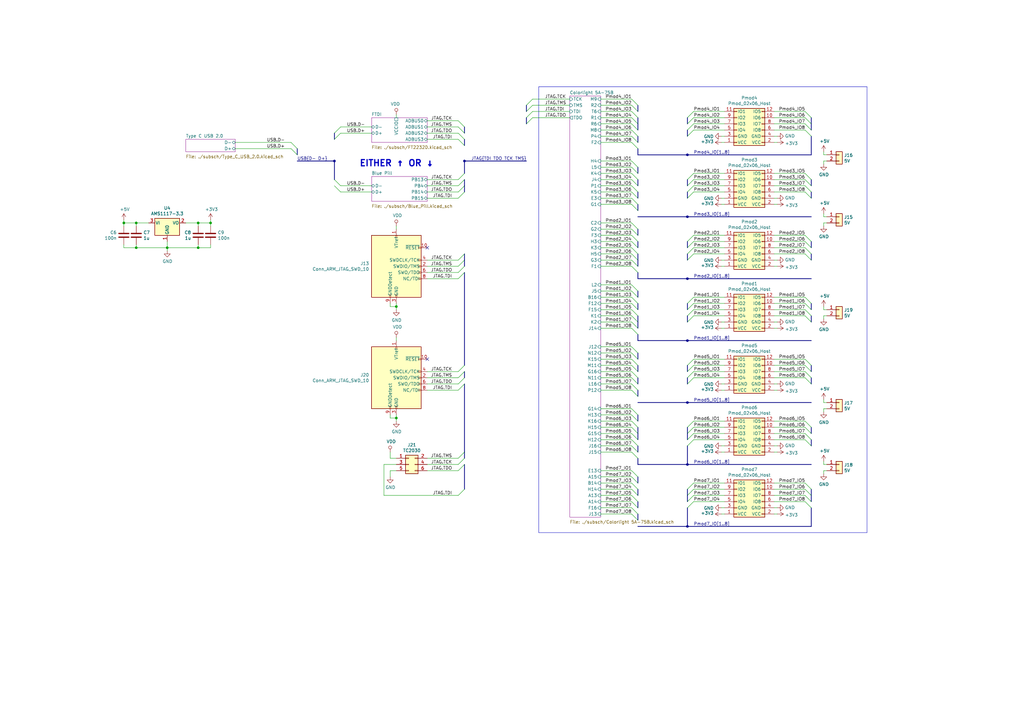
<source format=kicad_sch>
(kicad_sch (version 20200714) (host eeschema "(5.99.0-2360-g1790c536e)")
  (page 1 5)
  (paper "A3")
  (title_block (title "Chubby Hat") (date "2020-08-29") (rev "v0.1") (comment 1 "https://github.com/cyber-murmel/chubby-hat"))
  (junction (at 50.8 91.44))
  (junction (at 55.88 91.44))
  (junction (at 55.88 101.6))
  (junction (at 68.58 101.6))
  (junction (at 81.28 91.44))
  (junction (at 81.28 101.6))
  (junction (at 86.36 91.44))
  (junction (at 162.56 125.73))
  (junction (at 162.56 171.45))
  (junction (at 137.16 66.04))
  (junction (at 190.5 66.04))
  (junction (at 281.94 63.5))
  (junction (at 281.94 88.9))
  (junction (at 281.94 114.3))
  (junction (at 281.94 139.7))
  (junction (at 281.94 165.1))
  (junction (at 281.94 190.5))
  (junction (at 281.94 215.9))
  (no_connect (at 175.26 147.32))
  (no_connect (at 175.26 101.6))
  (bus_entry (at 121.92 60.96) (size -2.54 -2.54) (stroke (width 0.1524)))
  (bus_entry (at 121.92 63.5) (size -2.54 -2.54) (stroke (width 0.1524)))
  (bus_entry (at 137.16 73.66) (size 2.54 2.54) (stroke (width 0.1524)))
  (bus_entry (at 137.16 76.2) (size 2.54 2.54) (stroke (width 0.1524)))
  (bus_entry (at 139.7 52.07) (size -2.54 2.54) (stroke (width 0.1524)))
  (bus_entry (at 139.7 54.61) (size -2.54 2.54) (stroke (width 0.1524)))
  (bus_entry (at 187.96 49.53) (size 2.54 2.54) (stroke (width 0.1524)))
  (bus_entry (at 187.96 52.07) (size 2.54 2.54) (stroke (width 0.1524)))
  (bus_entry (at 187.96 54.61) (size 2.54 2.54) (stroke (width 0.1524)))
  (bus_entry (at 187.96 57.15) (size 2.54 2.54) (stroke (width 0.1524)))
  (bus_entry (at 187.96 73.66) (size 2.54 -2.54) (stroke (width 0.1524)))
  (bus_entry (at 187.96 76.2) (size 2.54 -2.54) (stroke (width 0.1524)))
  (bus_entry (at 187.96 78.74) (size 2.54 -2.54) (stroke (width 0.1524)))
  (bus_entry (at 187.96 81.28) (size 2.54 -2.54) (stroke (width 0.1524)))
  (bus_entry (at 187.96 106.68) (size 2.54 -2.54) (stroke (width 0.1524)))
  (bus_entry (at 187.96 109.22) (size 2.54 -2.54) (stroke (width 0.1524)))
  (bus_entry (at 187.96 111.76) (size 2.54 -2.54) (stroke (width 0.1524)))
  (bus_entry (at 187.96 114.3) (size 2.54 -2.54) (stroke (width 0.1524)))
  (bus_entry (at 187.96 152.4) (size 2.54 -2.54) (stroke (width 0.1524)))
  (bus_entry (at 187.96 154.94) (size 2.54 -2.54) (stroke (width 0.1524)))
  (bus_entry (at 187.96 157.48) (size 2.54 -2.54) (stroke (width 0.1524)))
  (bus_entry (at 187.96 160.02) (size 2.54 -2.54) (stroke (width 0.1524)))
  (bus_entry (at 187.96 187.96) (size 2.54 -2.54) (stroke (width 0.1524)))
  (bus_entry (at 187.96 190.5) (size 2.54 -2.54) (stroke (width 0.1524)))
  (bus_entry (at 187.96 193.04) (size 2.54 -2.54) (stroke (width 0.1524)))
  (bus_entry (at 187.96 203.2) (size 2.54 -2.54) (stroke (width 0.1524)))
  (bus_entry (at 215.9 43.18) (size 2.54 -2.54) (stroke (width 0.1524)))
  (bus_entry (at 215.9 45.72) (size 2.54 -2.54) (stroke (width 0.1524)))
  (bus_entry (at 215.9 48.26) (size 2.54 -2.54) (stroke (width 0.1524)))
  (bus_entry (at 215.9 50.8) (size 2.54 -2.54) (stroke (width 0.1524)))
  (bus_entry (at 259.08 66.04) (size 2.54 2.54) (stroke (width 0.1524)))
  (bus_entry (at 259.08 68.58) (size 2.54 2.54) (stroke (width 0.1524)))
  (bus_entry (at 259.08 71.12) (size 2.54 2.54) (stroke (width 0.1524)))
  (bus_entry (at 259.08 73.66) (size 2.54 2.54) (stroke (width 0.1524)))
  (bus_entry (at 259.08 76.2) (size 2.54 2.54) (stroke (width 0.1524)))
  (bus_entry (at 259.08 78.74) (size 2.54 2.54) (stroke (width 0.1524)))
  (bus_entry (at 259.08 81.28) (size 2.54 2.54) (stroke (width 0.1524)))
  (bus_entry (at 259.08 83.82) (size 2.54 2.54) (stroke (width 0.1524)))
  (bus_entry (at 259.08 91.44) (size 2.54 2.54) (stroke (width 0.1524)))
  (bus_entry (at 259.08 93.98) (size 2.54 2.54) (stroke (width 0.1524)))
  (bus_entry (at 259.08 96.52) (size 2.54 2.54) (stroke (width 0.1524)))
  (bus_entry (at 259.08 99.06) (size 2.54 2.54) (stroke (width 0.1524)))
  (bus_entry (at 259.08 101.6) (size 2.54 2.54) (stroke (width 0.1524)))
  (bus_entry (at 259.08 104.14) (size 2.54 2.54) (stroke (width 0.1524)))
  (bus_entry (at 259.08 106.68) (size 2.54 2.54) (stroke (width 0.1524)))
  (bus_entry (at 259.08 109.22) (size 2.54 2.54) (stroke (width 0.1524)))
  (bus_entry (at 259.08 116.84) (size 2.54 2.54) (stroke (width 0.1524)))
  (bus_entry (at 259.08 119.38) (size 2.54 2.54) (stroke (width 0.1524)))
  (bus_entry (at 259.08 121.92) (size 2.54 2.54) (stroke (width 0.1524)))
  (bus_entry (at 259.08 124.46) (size 2.54 2.54) (stroke (width 0.1524)))
  (bus_entry (at 259.08 127) (size 2.54 2.54) (stroke (width 0.1524)))
  (bus_entry (at 259.08 129.54) (size 2.54 2.54) (stroke (width 0.1524)))
  (bus_entry (at 259.08 132.08) (size 2.54 2.54) (stroke (width 0.1524)))
  (bus_entry (at 259.08 134.62) (size 2.54 2.54) (stroke (width 0.1524)))
  (bus_entry (at 259.08 142.24) (size 2.54 2.54) (stroke (width 0.1524)))
  (bus_entry (at 259.08 144.78) (size 2.54 2.54) (stroke (width 0.1524)))
  (bus_entry (at 259.08 147.32) (size 2.54 2.54) (stroke (width 0.1524)))
  (bus_entry (at 259.08 149.86) (size 2.54 2.54) (stroke (width 0.1524)))
  (bus_entry (at 259.08 152.4) (size 2.54 2.54) (stroke (width 0.1524)))
  (bus_entry (at 259.08 154.94) (size 2.54 2.54) (stroke (width 0.1524)))
  (bus_entry (at 259.08 157.48) (size 2.54 2.54) (stroke (width 0.1524)))
  (bus_entry (at 259.08 160.02) (size 2.54 2.54) (stroke (width 0.1524)))
  (bus_entry (at 259.08 167.64) (size 2.54 2.54) (stroke (width 0.1524)))
  (bus_entry (at 259.08 170.18) (size 2.54 2.54) (stroke (width 0.1524)))
  (bus_entry (at 259.08 172.72) (size 2.54 2.54) (stroke (width 0.1524)))
  (bus_entry (at 259.08 175.26) (size 2.54 2.54) (stroke (width 0.1524)))
  (bus_entry (at 259.08 177.8) (size 2.54 2.54) (stroke (width 0.1524)))
  (bus_entry (at 259.08 180.34) (size 2.54 2.54) (stroke (width 0.1524)))
  (bus_entry (at 259.08 182.88) (size 2.54 2.54) (stroke (width 0.1524)))
  (bus_entry (at 259.08 185.42) (size 2.54 2.54) (stroke (width 0.1524)))
  (bus_entry (at 259.08 193.04) (size 2.54 2.54) (stroke (width 0.1524)))
  (bus_entry (at 259.08 195.58) (size 2.54 2.54) (stroke (width 0.1524)))
  (bus_entry (at 259.08 198.12) (size 2.54 2.54) (stroke (width 0.1524)))
  (bus_entry (at 259.08 200.66) (size 2.54 2.54) (stroke (width 0.1524)))
  (bus_entry (at 259.08 203.2) (size 2.54 2.54) (stroke (width 0.1524)))
  (bus_entry (at 259.08 205.74) (size 2.54 2.54) (stroke (width 0.1524)))
  (bus_entry (at 259.08 208.28) (size 2.54 2.54) (stroke (width 0.1524)))
  (bus_entry (at 259.08 210.82) (size 2.54 2.54) (stroke (width 0.1524)))
  (bus_entry (at 261.62 43.18) (size -2.54 -2.54) (stroke (width 0.1524)))
  (bus_entry (at 261.62 45.72) (size -2.54 -2.54) (stroke (width 0.1524)))
  (bus_entry (at 261.62 48.26) (size -2.54 -2.54) (stroke (width 0.1524)))
  (bus_entry (at 261.62 50.8) (size -2.54 -2.54) (stroke (width 0.1524)))
  (bus_entry (at 261.62 53.34) (size -2.54 -2.54) (stroke (width 0.1524)))
  (bus_entry (at 261.62 55.88) (size -2.54 -2.54) (stroke (width 0.1524)))
  (bus_entry (at 261.62 58.42) (size -2.54 -2.54) (stroke (width 0.1524)))
  (bus_entry (at 261.62 60.96) (size -2.54 -2.54) (stroke (width 0.1524)))
  (bus_entry (at 281.94 48.26) (size 2.54 -2.54) (stroke (width 0.1524)))
  (bus_entry (at 281.94 50.8) (size 2.54 -2.54) (stroke (width 0.1524)))
  (bus_entry (at 281.94 53.34) (size 2.54 -2.54) (stroke (width 0.1524)))
  (bus_entry (at 281.94 55.88) (size 2.54 -2.54) (stroke (width 0.1524)))
  (bus_entry (at 284.48 71.12) (size -2.54 2.54) (stroke (width 0.1524)))
  (bus_entry (at 284.48 73.66) (size -2.54 2.54) (stroke (width 0.1524)))
  (bus_entry (at 284.48 76.2) (size -2.54 2.54) (stroke (width 0.1524)))
  (bus_entry (at 284.48 78.74) (size -2.54 2.54) (stroke (width 0.1524)))
  (bus_entry (at 284.48 96.52) (size -2.54 2.54) (stroke (width 0.1524)))
  (bus_entry (at 284.48 99.06) (size -2.54 2.54) (stroke (width 0.1524)))
  (bus_entry (at 284.48 101.6) (size -2.54 2.54) (stroke (width 0.1524)))
  (bus_entry (at 284.48 104.14) (size -2.54 2.54) (stroke (width 0.1524)))
  (bus_entry (at 284.48 121.92) (size -2.54 2.54) (stroke (width 0.1524)))
  (bus_entry (at 284.48 124.46) (size -2.54 2.54) (stroke (width 0.1524)))
  (bus_entry (at 284.48 127) (size -2.54 2.54) (stroke (width 0.1524)))
  (bus_entry (at 284.48 129.54) (size -2.54 2.54) (stroke (width 0.1524)))
  (bus_entry (at 284.48 147.32) (size -2.54 2.54) (stroke (width 0.1524)))
  (bus_entry (at 284.48 149.86) (size -2.54 2.54) (stroke (width 0.1524)))
  (bus_entry (at 284.48 152.4) (size -2.54 2.54) (stroke (width 0.1524)))
  (bus_entry (at 284.48 154.94) (size -2.54 2.54) (stroke (width 0.1524)))
  (bus_entry (at 284.48 172.72) (size -2.54 2.54) (stroke (width 0.1524)))
  (bus_entry (at 284.48 175.26) (size -2.54 2.54) (stroke (width 0.1524)))
  (bus_entry (at 284.48 177.8) (size -2.54 2.54) (stroke (width 0.1524)))
  (bus_entry (at 284.48 180.34) (size -2.54 2.54) (stroke (width 0.1524)))
  (bus_entry (at 284.48 198.12) (size -2.54 2.54) (stroke (width 0.1524)))
  (bus_entry (at 284.48 200.66) (size -2.54 2.54) (stroke (width 0.1524)))
  (bus_entry (at 284.48 203.2) (size -2.54 2.54) (stroke (width 0.1524)))
  (bus_entry (at 284.48 205.74) (size -2.54 2.54) (stroke (width 0.1524)))
  (bus_entry (at 330.2 71.12) (size 2.54 2.54) (stroke (width 0.1524)))
  (bus_entry (at 330.2 73.66) (size 2.54 2.54) (stroke (width 0.1524)))
  (bus_entry (at 330.2 76.2) (size 2.54 2.54) (stroke (width 0.1524)))
  (bus_entry (at 330.2 78.74) (size 2.54 2.54) (stroke (width 0.1524)))
  (bus_entry (at 330.2 96.52) (size 2.54 2.54) (stroke (width 0.1524)))
  (bus_entry (at 330.2 99.06) (size 2.54 2.54) (stroke (width 0.1524)))
  (bus_entry (at 330.2 101.6) (size 2.54 2.54) (stroke (width 0.1524)))
  (bus_entry (at 330.2 104.14) (size 2.54 2.54) (stroke (width 0.1524)))
  (bus_entry (at 330.2 121.92) (size 2.54 2.54) (stroke (width 0.1524)))
  (bus_entry (at 330.2 124.46) (size 2.54 2.54) (stroke (width 0.1524)))
  (bus_entry (at 330.2 127) (size 2.54 2.54) (stroke (width 0.1524)))
  (bus_entry (at 330.2 129.54) (size 2.54 2.54) (stroke (width 0.1524)))
  (bus_entry (at 330.2 147.32) (size 2.54 2.54) (stroke (width 0.1524)))
  (bus_entry (at 330.2 149.86) (size 2.54 2.54) (stroke (width 0.1524)))
  (bus_entry (at 330.2 152.4) (size 2.54 2.54) (stroke (width 0.1524)))
  (bus_entry (at 330.2 154.94) (size 2.54 2.54) (stroke (width 0.1524)))
  (bus_entry (at 330.2 172.72) (size 2.54 2.54) (stroke (width 0.1524)))
  (bus_entry (at 330.2 175.26) (size 2.54 2.54) (stroke (width 0.1524)))
  (bus_entry (at 330.2 177.8) (size 2.54 2.54) (stroke (width 0.1524)))
  (bus_entry (at 330.2 180.34) (size 2.54 2.54) (stroke (width 0.1524)))
  (bus_entry (at 330.2 198.12) (size 2.54 2.54) (stroke (width 0.1524)))
  (bus_entry (at 330.2 200.66) (size 2.54 2.54) (stroke (width 0.1524)))
  (bus_entry (at 330.2 203.2) (size 2.54 2.54) (stroke (width 0.1524)))
  (bus_entry (at 330.2 205.74) (size 2.54 2.54) (stroke (width 0.1524)))
  (bus_entry (at 332.74 48.26) (size -2.54 -2.54) (stroke (width 0.1524)))
  (bus_entry (at 332.74 50.8) (size -2.54 -2.54) (stroke (width 0.1524)))
  (bus_entry (at 332.74 53.34) (size -2.54 -2.54) (stroke (width 0.1524)))
  (bus_entry (at 332.74 55.88) (size -2.54 -2.54) (stroke (width 0.1524)))
  (wire (pts (xy 50.8 90.17) (xy 50.8 91.44)))
  (wire (pts (xy 50.8 91.44) (xy 55.88 91.44)))
  (wire (pts (xy 50.8 92.71) (xy 50.8 91.44)))
  (wire (pts (xy 50.8 100.33) (xy 50.8 101.6)))
  (wire (pts (xy 50.8 101.6) (xy 55.88 101.6)))
  (wire (pts (xy 55.88 91.44) (xy 55.88 92.71)))
  (wire (pts (xy 55.88 91.44) (xy 60.96 91.44)))
  (wire (pts (xy 55.88 100.33) (xy 55.88 101.6)))
  (wire (pts (xy 55.88 101.6) (xy 68.58 101.6)))
  (wire (pts (xy 68.58 99.06) (xy 68.58 101.6)))
  (wire (pts (xy 68.58 101.6) (xy 68.58 102.87)))
  (wire (pts (xy 68.58 101.6) (xy 81.28 101.6)))
  (wire (pts (xy 76.2 91.44) (xy 81.28 91.44)))
  (wire (pts (xy 81.28 91.44) (xy 81.28 92.71)))
  (wire (pts (xy 81.28 91.44) (xy 86.36 91.44)))
  (wire (pts (xy 81.28 101.6) (xy 81.28 100.33)))
  (wire (pts (xy 81.28 101.6) (xy 86.36 101.6)))
  (wire (pts (xy 86.36 90.17) (xy 86.36 91.44)))
  (wire (pts (xy 86.36 91.44) (xy 86.36 92.71)))
  (wire (pts (xy 86.36 101.6) (xy 86.36 100.33)))
  (wire (pts (xy 96.52 58.42) (xy 119.38 58.42)))
  (wire (pts (xy 96.52 60.96) (xy 119.38 60.96)))
  (wire (pts (xy 139.7 52.07) (xy 152.4 52.07)))
  (wire (pts (xy 139.7 54.61) (xy 152.4 54.61)))
  (wire (pts (xy 139.7 76.2) (xy 152.4 76.2)))
  (wire (pts (xy 139.7 78.74) (xy 152.4 78.74)))
  (wire (pts (xy 157.48 190.5) (xy 157.48 203.2)))
  (wire (pts (xy 157.48 190.5) (xy 162.56 190.5)))
  (wire (pts (xy 157.48 203.2) (xy 187.96 203.2)))
  (wire (pts (xy 160.02 124.46) (xy 160.02 125.73)))
  (wire (pts (xy 160.02 125.73) (xy 162.56 125.73)))
  (wire (pts (xy 160.02 170.18) (xy 160.02 171.45)))
  (wire (pts (xy 160.02 171.45) (xy 162.56 171.45)))
  (wire (pts (xy 160.02 185.42) (xy 160.02 187.96)))
  (wire (pts (xy 160.02 187.96) (xy 162.56 187.96)))
  (wire (pts (xy 160.02 193.04) (xy 160.02 195.58)))
  (wire (pts (xy 160.02 193.04) (xy 162.56 193.04)))
  (wire (pts (xy 162.56 46.99) (xy 162.56 48.26)))
  (wire (pts (xy 162.56 92.71) (xy 162.56 93.98)))
  (wire (pts (xy 162.56 125.73) (xy 162.56 124.46)))
  (wire (pts (xy 162.56 125.73) (xy 162.56 127)))
  (wire (pts (xy 162.56 138.43) (xy 162.56 139.7)))
  (wire (pts (xy 162.56 171.45) (xy 162.56 170.18)))
  (wire (pts (xy 162.56 171.45) (xy 162.56 172.72)))
  (wire (pts (xy 175.26 49.53) (xy 187.96 49.53)))
  (wire (pts (xy 175.26 52.07) (xy 187.96 52.07)))
  (wire (pts (xy 175.26 54.61) (xy 187.96 54.61)))
  (wire (pts (xy 175.26 57.15) (xy 187.96 57.15)))
  (wire (pts (xy 175.26 73.66) (xy 187.96 73.66)))
  (wire (pts (xy 175.26 76.2) (xy 187.96 76.2)))
  (wire (pts (xy 175.26 78.74) (xy 187.96 78.74)))
  (wire (pts (xy 175.26 81.28) (xy 187.96 81.28)))
  (wire (pts (xy 175.26 106.68) (xy 187.96 106.68)))
  (wire (pts (xy 175.26 109.22) (xy 187.96 109.22)))
  (wire (pts (xy 175.26 111.76) (xy 187.96 111.76)))
  (wire (pts (xy 175.26 114.3) (xy 187.96 114.3)))
  (wire (pts (xy 175.26 152.4) (xy 187.96 152.4)))
  (wire (pts (xy 175.26 154.94) (xy 187.96 154.94)))
  (wire (pts (xy 175.26 157.48) (xy 187.96 157.48)))
  (wire (pts (xy 175.26 160.02) (xy 187.96 160.02)))
  (wire (pts (xy 175.26 187.96) (xy 187.96 187.96)))
  (wire (pts (xy 175.26 190.5) (xy 187.96 190.5)))
  (wire (pts (xy 175.26 193.04) (xy 187.96 193.04)))
  (wire (pts (xy 218.44 40.64) (xy 233.68 40.64)))
  (wire (pts (xy 218.44 43.18) (xy 233.68 43.18)))
  (wire (pts (xy 218.44 45.72) (xy 233.68 45.72)))
  (wire (pts (xy 218.44 48.26) (xy 233.68 48.26)))
  (wire (pts (xy 246.38 40.64) (xy 259.08 40.64)))
  (wire (pts (xy 246.38 43.18) (xy 259.08 43.18)))
  (wire (pts (xy 246.38 45.72) (xy 259.08 45.72)))
  (wire (pts (xy 246.38 48.26) (xy 259.08 48.26)))
  (wire (pts (xy 246.38 50.8) (xy 259.08 50.8)))
  (wire (pts (xy 246.38 53.34) (xy 259.08 53.34)))
  (wire (pts (xy 246.38 55.88) (xy 259.08 55.88)))
  (wire (pts (xy 246.38 58.42) (xy 259.08 58.42)))
  (wire (pts (xy 246.38 66.04) (xy 259.08 66.04)))
  (wire (pts (xy 246.38 68.58) (xy 259.08 68.58)))
  (wire (pts (xy 246.38 71.12) (xy 259.08 71.12)))
  (wire (pts (xy 246.38 73.66) (xy 259.08 73.66)))
  (wire (pts (xy 246.38 76.2) (xy 259.08 76.2)))
  (wire (pts (xy 246.38 78.74) (xy 259.08 78.74)))
  (wire (pts (xy 246.38 81.28) (xy 259.08 81.28)))
  (wire (pts (xy 246.38 83.82) (xy 259.08 83.82)))
  (wire (pts (xy 246.38 91.44) (xy 259.08 91.44)))
  (wire (pts (xy 246.38 93.98) (xy 259.08 93.98)))
  (wire (pts (xy 246.38 96.52) (xy 259.08 96.52)))
  (wire (pts (xy 246.38 99.06) (xy 259.08 99.06)))
  (wire (pts (xy 246.38 101.6) (xy 259.08 101.6)))
  (wire (pts (xy 246.38 104.14) (xy 259.08 104.14)))
  (wire (pts (xy 246.38 106.68) (xy 259.08 106.68)))
  (wire (pts (xy 246.38 109.22) (xy 259.08 109.22)))
  (wire (pts (xy 246.38 116.84) (xy 259.08 116.84)))
  (wire (pts (xy 246.38 119.38) (xy 259.08 119.38)))
  (wire (pts (xy 246.38 121.92) (xy 259.08 121.92)))
  (wire (pts (xy 246.38 124.46) (xy 259.08 124.46)))
  (wire (pts (xy 246.38 127) (xy 259.08 127)))
  (wire (pts (xy 246.38 129.54) (xy 259.08 129.54)))
  (wire (pts (xy 246.38 132.08) (xy 259.08 132.08)))
  (wire (pts (xy 246.38 134.62) (xy 259.08 134.62)))
  (wire (pts (xy 246.38 142.24) (xy 259.08 142.24)))
  (wire (pts (xy 246.38 144.78) (xy 259.08 144.78)))
  (wire (pts (xy 246.38 147.32) (xy 259.08 147.32)))
  (wire (pts (xy 246.38 149.86) (xy 259.08 149.86)))
  (wire (pts (xy 246.38 152.4) (xy 259.08 152.4)))
  (wire (pts (xy 246.38 154.94) (xy 259.08 154.94)))
  (wire (pts (xy 246.38 157.48) (xy 259.08 157.48)))
  (wire (pts (xy 246.38 160.02) (xy 259.08 160.02)))
  (wire (pts (xy 246.38 167.64) (xy 259.08 167.64)))
  (wire (pts (xy 246.38 170.18) (xy 259.08 170.18)))
  (wire (pts (xy 246.38 172.72) (xy 259.08 172.72)))
  (wire (pts (xy 246.38 175.26) (xy 259.08 175.26)))
  (wire (pts (xy 246.38 177.8) (xy 259.08 177.8)))
  (wire (pts (xy 246.38 180.34) (xy 259.08 180.34)))
  (wire (pts (xy 246.38 182.88) (xy 259.08 182.88)))
  (wire (pts (xy 246.38 185.42) (xy 259.08 185.42)))
  (wire (pts (xy 246.38 193.04) (xy 259.08 193.04)))
  (wire (pts (xy 246.38 195.58) (xy 259.08 195.58)))
  (wire (pts (xy 246.38 198.12) (xy 259.08 198.12)))
  (wire (pts (xy 246.38 200.66) (xy 259.08 200.66)))
  (wire (pts (xy 246.38 203.2) (xy 259.08 203.2)))
  (wire (pts (xy 246.38 205.74) (xy 259.08 205.74)))
  (wire (pts (xy 246.38 208.28) (xy 259.08 208.28)))
  (wire (pts (xy 246.38 210.82) (xy 259.08 210.82)))
  (wire (pts (xy 295.91 55.88) (xy 297.18 55.88)))
  (wire (pts (xy 295.91 58.42) (xy 297.18 58.42)))
  (wire (pts (xy 295.91 81.28) (xy 297.18 81.28)))
  (wire (pts (xy 295.91 83.82) (xy 297.18 83.82)))
  (wire (pts (xy 295.91 106.68) (xy 297.18 106.68)))
  (wire (pts (xy 295.91 109.22) (xy 297.18 109.22)))
  (wire (pts (xy 295.91 132.08) (xy 297.18 132.08)))
  (wire (pts (xy 295.91 134.62) (xy 297.18 134.62)))
  (wire (pts (xy 295.91 157.48) (xy 297.18 157.48)))
  (wire (pts (xy 295.91 160.02) (xy 297.18 160.02)))
  (wire (pts (xy 295.91 182.88) (xy 297.18 182.88)))
  (wire (pts (xy 295.91 185.42) (xy 297.18 185.42)))
  (wire (pts (xy 295.91 208.28) (xy 297.18 208.28)))
  (wire (pts (xy 295.91 210.82) (xy 297.18 210.82)))
  (wire (pts (xy 297.18 45.72) (xy 284.48 45.72)))
  (wire (pts (xy 297.18 48.26) (xy 284.48 48.26)))
  (wire (pts (xy 297.18 50.8) (xy 284.48 50.8)))
  (wire (pts (xy 297.18 53.34) (xy 284.48 53.34)))
  (wire (pts (xy 297.18 71.12) (xy 284.48 71.12)))
  (wire (pts (xy 297.18 73.66) (xy 284.48 73.66)))
  (wire (pts (xy 297.18 76.2) (xy 284.48 76.2)))
  (wire (pts (xy 297.18 78.74) (xy 284.48 78.74)))
  (wire (pts (xy 297.18 96.52) (xy 284.48 96.52)))
  (wire (pts (xy 297.18 99.06) (xy 284.48 99.06)))
  (wire (pts (xy 297.18 101.6) (xy 284.48 101.6)))
  (wire (pts (xy 297.18 104.14) (xy 284.48 104.14)))
  (wire (pts (xy 297.18 121.92) (xy 284.48 121.92)))
  (wire (pts (xy 297.18 124.46) (xy 284.48 124.46)))
  (wire (pts (xy 297.18 127) (xy 284.48 127)))
  (wire (pts (xy 297.18 129.54) (xy 284.48 129.54)))
  (wire (pts (xy 297.18 147.32) (xy 284.48 147.32)))
  (wire (pts (xy 297.18 149.86) (xy 284.48 149.86)))
  (wire (pts (xy 297.18 152.4) (xy 284.48 152.4)))
  (wire (pts (xy 297.18 154.94) (xy 284.48 154.94)))
  (wire (pts (xy 297.18 172.72) (xy 284.48 172.72)))
  (wire (pts (xy 297.18 175.26) (xy 284.48 175.26)))
  (wire (pts (xy 297.18 177.8) (xy 284.48 177.8)))
  (wire (pts (xy 297.18 180.34) (xy 284.48 180.34)))
  (wire (pts (xy 297.18 198.12) (xy 284.48 198.12)))
  (wire (pts (xy 297.18 200.66) (xy 284.48 200.66)))
  (wire (pts (xy 297.18 203.2) (xy 284.48 203.2)))
  (wire (pts (xy 297.18 205.74) (xy 284.48 205.74)))
  (wire (pts (xy 317.5 45.72) (xy 330.2 45.72)))
  (wire (pts (xy 317.5 48.26) (xy 330.2 48.26)))
  (wire (pts (xy 317.5 50.8) (xy 330.2 50.8)))
  (wire (pts (xy 317.5 53.34) (xy 330.2 53.34)))
  (wire (pts (xy 317.5 55.88) (xy 318.77 55.88)))
  (wire (pts (xy 317.5 58.42) (xy 318.77 58.42)))
  (wire (pts (xy 317.5 71.12) (xy 330.2 71.12)))
  (wire (pts (xy 317.5 73.66) (xy 330.2 73.66)))
  (wire (pts (xy 317.5 76.2) (xy 330.2 76.2)))
  (wire (pts (xy 317.5 78.74) (xy 330.2 78.74)))
  (wire (pts (xy 317.5 81.28) (xy 318.77 81.28)))
  (wire (pts (xy 317.5 83.82) (xy 318.77 83.82)))
  (wire (pts (xy 317.5 96.52) (xy 330.2 96.52)))
  (wire (pts (xy 317.5 99.06) (xy 330.2 99.06)))
  (wire (pts (xy 317.5 101.6) (xy 330.2 101.6)))
  (wire (pts (xy 317.5 104.14) (xy 330.2 104.14)))
  (wire (pts (xy 317.5 106.68) (xy 318.77 106.68)))
  (wire (pts (xy 317.5 109.22) (xy 318.77 109.22)))
  (wire (pts (xy 317.5 121.92) (xy 330.2 121.92)))
  (wire (pts (xy 317.5 124.46) (xy 330.2 124.46)))
  (wire (pts (xy 317.5 127) (xy 330.2 127)))
  (wire (pts (xy 317.5 129.54) (xy 330.2 129.54)))
  (wire (pts (xy 317.5 132.08) (xy 318.77 132.08)))
  (wire (pts (xy 317.5 134.62) (xy 318.77 134.62)))
  (wire (pts (xy 317.5 147.32) (xy 330.2 147.32)))
  (wire (pts (xy 317.5 149.86) (xy 330.2 149.86)))
  (wire (pts (xy 317.5 152.4) (xy 330.2 152.4)))
  (wire (pts (xy 317.5 154.94) (xy 330.2 154.94)))
  (wire (pts (xy 317.5 157.48) (xy 318.77 157.48)))
  (wire (pts (xy 317.5 160.02) (xy 318.77 160.02)))
  (wire (pts (xy 317.5 172.72) (xy 330.2 172.72)))
  (wire (pts (xy 317.5 175.26) (xy 330.2 175.26)))
  (wire (pts (xy 317.5 177.8) (xy 330.2 177.8)))
  (wire (pts (xy 317.5 180.34) (xy 330.2 180.34)))
  (wire (pts (xy 317.5 182.88) (xy 318.77 182.88)))
  (wire (pts (xy 317.5 185.42) (xy 318.77 185.42)))
  (wire (pts (xy 317.5 198.12) (xy 330.2 198.12)))
  (wire (pts (xy 317.5 200.66) (xy 330.2 200.66)))
  (wire (pts (xy 317.5 203.2) (xy 330.2 203.2)))
  (wire (pts (xy 317.5 205.74) (xy 330.2 205.74)))
  (wire (pts (xy 317.5 208.28) (xy 318.77 208.28)))
  (wire (pts (xy 317.5 210.82) (xy 318.77 210.82)))
  (wire (pts (xy 337.82 62.23) (xy 337.82 63.5)))
  (wire (pts (xy 337.82 63.5) (xy 339.09 63.5)))
  (wire (pts (xy 337.82 66.04) (xy 337.82 67.31)))
  (wire (pts (xy 337.82 66.04) (xy 339.09 66.04)))
  (wire (pts (xy 337.82 87.63) (xy 337.82 88.9)))
  (wire (pts (xy 337.82 88.9) (xy 339.09 88.9)))
  (wire (pts (xy 337.82 91.44) (xy 337.82 92.71)))
  (wire (pts (xy 337.82 91.44) (xy 339.09 91.44)))
  (wire (pts (xy 337.82 125.73) (xy 337.82 127)))
  (wire (pts (xy 337.82 127) (xy 339.09 127)))
  (wire (pts (xy 337.82 129.54) (xy 337.82 130.81)))
  (wire (pts (xy 337.82 129.54) (xy 339.09 129.54)))
  (wire (pts (xy 337.82 163.83) (xy 337.82 165.1)))
  (wire (pts (xy 337.82 165.1) (xy 339.09 165.1)))
  (wire (pts (xy 337.82 167.64) (xy 337.82 168.91)))
  (wire (pts (xy 337.82 167.64) (xy 339.09 167.64)))
  (wire (pts (xy 337.82 189.23) (xy 337.82 190.5)))
  (wire (pts (xy 337.82 190.5) (xy 339.09 190.5)))
  (wire (pts (xy 337.82 193.04) (xy 337.82 194.31)))
  (wire (pts (xy 337.82 193.04) (xy 339.09 193.04)))
  (bus (pts (xy 121.92 60.96) (xy 121.92 66.04)))
  (bus (pts (xy 121.92 66.04) (xy 137.16 66.04)))
  (bus (pts (xy 137.16 54.61) (xy 137.16 66.04)))
  (bus (pts (xy 137.16 66.04) (xy 137.16 76.2)))
  (bus (pts (xy 190.5 52.07) (xy 190.5 57.15)))
  (bus (pts (xy 190.5 57.15) (xy 190.5 66.04)))
  (bus (pts (xy 190.5 66.04) (xy 190.5 73.66)))
  (bus (pts (xy 190.5 66.04) (xy 215.9 66.04)))
  (bus (pts (xy 190.5 73.66) (xy 190.5 76.2)))
  (bus (pts (xy 190.5 76.2) (xy 190.5 104.14)))
  (bus (pts (xy 190.5 104.14) (xy 190.5 106.68)))
  (bus (pts (xy 190.5 106.68) (xy 190.5 111.76)))
  (bus (pts (xy 190.5 111.76) (xy 190.5 152.4)))
  (bus (pts (xy 190.5 152.4) (xy 190.5 157.48)))
  (bus (pts (xy 190.5 157.48) (xy 190.5 185.42)))
  (bus (pts (xy 190.5 185.42) (xy 190.5 190.5)))
  (bus (pts (xy 190.5 190.5) (xy 190.5 200.66)))
  (bus (pts (xy 215.9 43.18) (xy 215.9 48.26)))
  (bus (pts (xy 215.9 48.26) (xy 215.9 66.04)))
  (bus (pts (xy 261.62 43.18) (xy 261.62 48.26)))
  (bus (pts (xy 261.62 48.26) (xy 261.62 50.8)))
  (bus (pts (xy 261.62 50.8) (xy 261.62 55.88)))
  (bus (pts (xy 261.62 55.88) (xy 261.62 60.96)))
  (bus (pts (xy 261.62 60.96) (xy 261.62 63.5)))
  (bus (pts (xy 261.62 68.58) (xy 261.62 73.66)))
  (bus (pts (xy 261.62 73.66) (xy 261.62 78.74)))
  (bus (pts (xy 261.62 78.74) (xy 261.62 83.82)))
  (bus (pts (xy 261.62 83.82) (xy 261.62 88.9)))
  (bus (pts (xy 261.62 93.98) (xy 261.62 99.06)))
  (bus (pts (xy 261.62 99.06) (xy 261.62 104.14)))
  (bus (pts (xy 261.62 104.14) (xy 261.62 106.68)))
  (bus (pts (xy 261.62 106.68) (xy 261.62 111.76)))
  (bus (pts (xy 261.62 111.76) (xy 261.62 114.3)))
  (bus (pts (xy 261.62 119.38) (xy 261.62 124.46)))
  (bus (pts (xy 261.62 124.46) (xy 261.62 129.54)))
  (bus (pts (xy 261.62 129.54) (xy 261.62 132.08)))
  (bus (pts (xy 261.62 132.08) (xy 261.62 137.16)))
  (bus (pts (xy 261.62 137.16) (xy 261.62 139.7)))
  (bus (pts (xy 261.62 139.7) (xy 281.94 139.7)))
  (bus (pts (xy 261.62 144.78) (xy 261.62 149.86)))
  (bus (pts (xy 261.62 149.86) (xy 261.62 154.94)))
  (bus (pts (xy 261.62 154.94) (xy 261.62 160.02)))
  (bus (pts (xy 261.62 160.02) (xy 261.62 165.1)))
  (bus (pts (xy 261.62 165.1) (xy 281.94 165.1)))
  (bus (pts (xy 261.62 170.18) (xy 261.62 175.26)))
  (bus (pts (xy 261.62 175.26) (xy 261.62 177.8)))
  (bus (pts (xy 261.62 177.8) (xy 261.62 182.88)))
  (bus (pts (xy 261.62 182.88) (xy 261.62 187.96)))
  (bus (pts (xy 261.62 187.96) (xy 261.62 190.5)))
  (bus (pts (xy 261.62 195.58) (xy 261.62 200.66)))
  (bus (pts (xy 261.62 200.66) (xy 261.62 205.74)))
  (bus (pts (xy 261.62 205.74) (xy 261.62 210.82)))
  (bus (pts (xy 261.62 210.82) (xy 261.62 215.9)))
  (bus (pts (xy 281.94 48.26) (xy 281.94 53.34)))
  (bus (pts (xy 281.94 53.34) (xy 281.94 63.5)))
  (bus (pts (xy 281.94 63.5) (xy 261.62 63.5)))
  (bus (pts (xy 281.94 63.5) (xy 332.74 63.5)))
  (bus (pts (xy 281.94 73.66) (xy 281.94 78.74)))
  (bus (pts (xy 281.94 78.74) (xy 281.94 88.9)))
  (bus (pts (xy 281.94 88.9) (xy 261.62 88.9)))
  (bus (pts (xy 281.94 88.9) (xy 332.74 88.9)))
  (bus (pts (xy 281.94 99.06) (xy 281.94 104.14)))
  (bus (pts (xy 281.94 104.14) (xy 281.94 114.3)))
  (bus (pts (xy 281.94 114.3) (xy 261.62 114.3)))
  (bus (pts (xy 281.94 114.3) (xy 332.74 114.3)))
  (bus (pts (xy 281.94 124.46) (xy 281.94 129.54)))
  (bus (pts (xy 281.94 129.54) (xy 281.94 139.7)))
  (bus (pts (xy 281.94 139.7) (xy 332.74 139.7)))
  (bus (pts (xy 281.94 149.86) (xy 281.94 154.94)))
  (bus (pts (xy 281.94 154.94) (xy 281.94 165.1)))
  (bus (pts (xy 281.94 165.1) (xy 332.74 165.1)))
  (bus (pts (xy 281.94 175.26) (xy 281.94 177.8)))
  (bus (pts (xy 281.94 177.8) (xy 281.94 182.88)))
  (bus (pts (xy 281.94 182.88) (xy 281.94 190.5)))
  (bus (pts (xy 281.94 190.5) (xy 261.62 190.5)))
  (bus (pts (xy 281.94 190.5) (xy 332.74 190.5)))
  (bus (pts (xy 281.94 200.66) (xy 281.94 203.2)))
  (bus (pts (xy 281.94 203.2) (xy 281.94 208.28)))
  (bus (pts (xy 281.94 208.28) (xy 281.94 215.9)))
  (bus (pts (xy 281.94 215.9) (xy 261.62 215.9)))
  (bus (pts (xy 281.94 215.9) (xy 332.74 215.9)))
  (bus (pts (xy 332.74 48.26) (xy 332.74 50.8)))
  (bus (pts (xy 332.74 50.8) (xy 332.74 55.88)))
  (bus (pts (xy 332.74 55.88) (xy 332.74 63.5)))
  (bus (pts (xy 332.74 73.66) (xy 332.74 78.74)))
  (bus (pts (xy 332.74 78.74) (xy 332.74 88.9)))
  (bus (pts (xy 332.74 99.06) (xy 332.74 104.14)))
  (bus (pts (xy 332.74 104.14) (xy 332.74 114.3)))
  (bus (pts (xy 332.74 124.46) (xy 332.74 129.54)))
  (bus (pts (xy 332.74 129.54) (xy 332.74 139.7)))
  (bus (pts (xy 332.74 149.86) (xy 332.74 154.94)))
  (bus (pts (xy 332.74 154.94) (xy 332.74 165.1)))
  (bus (pts (xy 332.74 175.26) (xy 332.74 180.34)))
  (bus (pts (xy 332.74 180.34) (xy 332.74 190.5)))
  (bus (pts (xy 332.74 200.66) (xy 332.74 203.2)))
  (bus (pts (xy 332.74 203.2) (xy 332.74 208.28)))
  (bus (pts (xy 332.74 208.28) (xy 332.74 215.9)))
  (polyline (pts (xy 220.98 35.56) (xy 220.98 218.44)) (stroke (width 0.152) (type solid)))
  (polyline (pts (xy 220.98 35.56) (xy 355.6 35.56)) (stroke (width 0.152) (type solid)))
  (polyline (pts (xy 220.98 218.44) (xy 355.6 218.44)) (stroke (width 0.152) (type solid)))
  (polyline (pts (xy 355.6 218.44) (xy 355.6 35.56)) (stroke (width 0.152) (type solid)))
  (text "EITHER ↑ OR ↓" (at 147.32 68.58 0) (effects (font (size 2.54 2.54) (thickness 0.508) bold) (justify left bottom)))
  (label "USB.D-" (at 116.84 58.42 180))
  (label "USB.D+" (at 116.84 60.96 180))
  (label "USB{D- D+}" (at 121.92 66.04 0))
  (label "USB.D-" (at 142.24 52.07 0))
  (label "USB.D+" (at 142.24 54.61 0))
  (label "USB.D-" (at 142.24 76.2 0))
  (label "USB.D+" (at 142.24 78.74 0))
  (label "JTAG.TCK" (at 185.42 49.53 180))
  (label "JTAG.TMS" (at 185.42 52.07 180))
  (label "JTAG.TDO" (at 185.42 54.61 180))
  (label "JTAG.TDI" (at 185.42 57.15 180))
  (label "JTAG.TCK" (at 185.42 73.66 180))
  (label "JTAG.TMS" (at 185.42 76.2 180))
  (label "JTAG.TDO" (at 185.42 78.74 180))
  (label "JTAG.TDI" (at 185.42 81.28 180))
  (label "JTAG.TCK" (at 185.42 106.68 180))
  (label "JTAG.TMS" (at 185.42 109.22 180))
  (label "JTAG.TDO" (at 185.42 111.76 180))
  (label "JTAG.TDI" (at 185.42 114.3 180))
  (label "JTAG.TCK" (at 185.42 152.4 180))
  (label "JTAG.TMS" (at 185.42 154.94 180))
  (label "JTAG.TDO" (at 185.42 157.48 180))
  (label "JTAG.TDI" (at 185.42 160.02 180))
  (label "JTAG.TMS" (at 185.42 187.96 180))
  (label "JTAG.TCK" (at 185.42 190.5 180))
  (label "JTAG.TDO" (at 185.42 193.04 180))
  (label "JTAG.TDI" (at 185.42 203.2 180))
  (label "JTAG{TDI TDO TCK TMS}" (at 215.9 66.04 180))
  (label "JTAG.TCK" (at 223.52 40.64 0))
  (label "JTAG.TMS" (at 223.52 43.18 0))
  (label "JTAG.TDI" (at 223.52 45.72 0))
  (label "JTAG.TDO" (at 223.52 48.26 0))
  (label "Pmod4_IO1" (at 259.08 40.64 180))
  (label "Pmod4_IO2" (at 259.08 43.18 180))
  (label "Pmod4_IO3" (at 259.08 45.72 180))
  (label "Pmod4_IO4" (at 259.08 48.26 180))
  (label "Pmod4_IO5" (at 259.08 50.8 180))
  (label "Pmod4_IO6" (at 259.08 53.34 180))
  (label "Pmod4_IO7" (at 259.08 55.88 180))
  (label "Pmod4_IO8" (at 259.08 58.42 180))
  (label "Pmod3_IO1" (at 259.08 66.04 180))
  (label "Pmod3_IO2" (at 259.08 68.58 180))
  (label "Pmod3_IO3" (at 259.08 71.12 180))
  (label "Pmod3_IO4" (at 259.08 73.66 180))
  (label "Pmod3_IO5" (at 259.08 76.2 180))
  (label "Pmod3_IO6" (at 259.08 78.74 180))
  (label "Pmod3_IO7" (at 259.08 81.28 180))
  (label "Pmod3_IO8" (at 259.08 83.82 180))
  (label "Pmod2_IO1" (at 259.08 91.44 180))
  (label "Pmod2_IO2" (at 259.08 93.98 180))
  (label "Pmod2_IO3" (at 259.08 96.52 180))
  (label "Pmod2_IO4" (at 259.08 99.06 180))
  (label "Pmod2_IO5" (at 259.08 101.6 180))
  (label "Pmod2_IO6" (at 259.08 104.14 180))
  (label "Pmod2_IO7" (at 259.08 106.68 180))
  (label "Pmod2_IO8" (at 259.08 109.22 180))
  (label "Pmod1_IO1" (at 259.08 116.84 180))
  (label "Pmod1_IO2" (at 259.08 119.38 180))
  (label "Pmod1_IO3" (at 259.08 121.92 180))
  (label "Pmod1_IO4" (at 259.08 124.46 180))
  (label "Pmod1_IO5" (at 259.08 127 180))
  (label "Pmod1_IO6" (at 259.08 129.54 180))
  (label "Pmod1_IO7" (at 259.08 132.08 180))
  (label "Pmod1_IO8" (at 259.08 134.62 180))
  (label "Pmod5_IO1" (at 259.08 142.24 180))
  (label "Pmod5_IO2" (at 259.08 144.78 180))
  (label "Pmod5_IO3" (at 259.08 147.32 180))
  (label "Pmod5_IO4" (at 259.08 149.86 180))
  (label "Pmod5_IO5" (at 259.08 152.4 180))
  (label "Pmod5_IO6" (at 259.08 154.94 180))
  (label "Pmod5_IO7" (at 259.08 157.48 180))
  (label "Pmod5_IO8" (at 259.08 160.02 180))
  (label "Pmod6_IO1" (at 259.08 167.64 180))
  (label "Pmod6_IO2" (at 259.08 170.18 180))
  (label "Pmod6_IO3" (at 259.08 172.72 180))
  (label "Pmod6_IO4" (at 259.08 175.26 180))
  (label "Pmod6_IO5" (at 259.08 177.8 180))
  (label "Pmod6_IO6" (at 259.08 180.34 180))
  (label "Pmod6_IO7" (at 259.08 182.88 180))
  (label "Pmod6_IO8" (at 259.08 185.42 180))
  (label "Pmod7_IO1" (at 259.08 193.04 180))
  (label "Pmod7_IO2" (at 259.08 195.58 180))
  (label "Pmod7_IO3" (at 259.08 198.12 180))
  (label "Pmod7_IO4" (at 259.08 200.66 180))
  (label "Pmod7_IO5" (at 259.08 203.2 180))
  (label "Pmod7_IO6" (at 259.08 205.74 180))
  (label "Pmod7_IO7" (at 259.08 208.28 180))
  (label "Pmod7_IO8" (at 259.08 210.82 180))
  (label "Pmod4_IO1" (at 284.48 45.72 0))
  (label "Pmod4_IO2" (at 284.48 48.26 0))
  (label "Pmod4_IO3" (at 284.48 50.8 0))
  (label "Pmod4_IO4" (at 284.48 53.34 0))
  (label "Pmod4_IO[1..8]" (at 284.48 63.5 0))
  (label "Pmod3_IO1" (at 284.48 71.12 0))
  (label "Pmod3_IO2" (at 284.48 73.66 0))
  (label "Pmod3_IO3" (at 284.48 76.2 0))
  (label "Pmod3_IO4" (at 284.48 78.74 0))
  (label "Pmod3_IO[1..8]" (at 284.48 88.9 0))
  (label "Pmod2_IO1" (at 284.48 96.52 0))
  (label "Pmod2_IO2" (at 284.48 99.06 0))
  (label "Pmod2_IO3" (at 284.48 101.6 0))
  (label "Pmod2_IO4" (at 284.48 104.14 0))
  (label "Pmod2_IO[1..8]" (at 284.48 114.3 0))
  (label "Pmod1_IO1" (at 284.48 121.92 0))
  (label "Pmod1_IO2" (at 284.48 124.46 0))
  (label "Pmod1_IO3" (at 284.48 127 0))
  (label "Pmod1_IO4" (at 284.48 129.54 0))
  (label "Pmod1_IO[1..8]" (at 284.48 139.7 0))
  (label "Pmod5_IO1" (at 284.48 147.32 0))
  (label "Pmod5_IO2" (at 284.48 149.86 0))
  (label "Pmod5_IO3" (at 284.48 152.4 0))
  (label "Pmod5_IO4" (at 284.48 154.94 0))
  (label "Pmod5_IO[1..8]" (at 284.48 165.1 0))
  (label "Pmod6_IO1" (at 284.48 172.72 0))
  (label "Pmod6_IO2" (at 284.48 175.26 0))
  (label "Pmod6_IO3" (at 284.48 177.8 0))
  (label "Pmod6_IO4" (at 284.48 180.34 0))
  (label "Pmod6_IO[1..8]" (at 284.48 190.5 0))
  (label "Pmod7_IO1" (at 284.48 198.12 0))
  (label "Pmod7_IO2" (at 284.48 200.66 0))
  (label "Pmod7_IO3" (at 284.48 203.2 0))
  (label "Pmod7_IO4" (at 284.48 205.74 0))
  (label "Pmod7_IO[1..8]" (at 284.48 215.9 0))
  (label "Pmod4_IO5" (at 330.2 45.72 180))
  (label "Pmod4_IO6" (at 330.2 48.26 180))
  (label "Pmod4_IO7" (at 330.2 50.8 180))
  (label "Pmod4_IO8" (at 330.2 53.34 180))
  (label "Pmod3_IO5" (at 330.2 71.12 180))
  (label "Pmod3_IO6" (at 330.2 73.66 180))
  (label "Pmod3_IO7" (at 330.2 76.2 180))
  (label "Pmod3_IO8" (at 330.2 78.74 180))
  (label "Pmod2_IO5" (at 330.2 96.52 180))
  (label "Pmod2_IO6" (at 330.2 99.06 180))
  (label "Pmod2_IO7" (at 330.2 101.6 180))
  (label "Pmod2_IO8" (at 330.2 104.14 180))
  (label "Pmod1_IO5" (at 330.2 121.92 180))
  (label "Pmod1_IO6" (at 330.2 124.46 180))
  (label "Pmod1_IO7" (at 330.2 127 180))
  (label "Pmod1_IO8" (at 330.2 129.54 180))
  (label "Pmod5_IO5" (at 330.2 147.32 180))
  (label "Pmod5_IO6" (at 330.2 149.86 180))
  (label "Pmod5_IO7" (at 330.2 152.4 180))
  (label "Pmod5_IO8" (at 330.2 154.94 180))
  (label "Pmod6_IO5" (at 330.2 172.72 180))
  (label "Pmod6_IO6" (at 330.2 175.26 180))
  (label "Pmod6_IO7" (at 330.2 177.8 180))
  (label "Pmod6_IO8" (at 330.2 180.34 180))
  (label "Pmod7_IO5" (at 330.2 198.12 180))
  (label "Pmod7_IO6" (at 330.2 200.66 180))
  (label "Pmod7_IO7" (at 330.2 203.2 180))
  (label "Pmod7_IO8" (at 330.2 205.74 180))
  (symbol (lib_id "power:VDD") (at 160.02 185.42 0) (unit 1)
    (property "Reference" "#PWR0155" (effects hide))
    (property "Value" "VDD" (at 160.4518 181.0956 0))
  )
  (symbol (lib_id "power:VDD") (at 162.56 46.99 0) (mirror y) (unit 1)
    (property "Reference" "#PWR0119" (effects hide))
    (property "Value" "VDD" (at 162.1282 42.6656 0))
  )
  (symbol (lib_id "power:VDD") (at 162.56 92.71 0) (unit 1)
    (property "Reference" "#PWR0168" (effects hide))
    (property "Value" "VDD" (at 162.9918 88.3856 0))
  )
  (symbol (lib_id "power:VDD") (at 162.56 138.43 0) (unit 1)
    (property "Reference" "#PWR0121" (effects hide))
    (property "Value" "VDD" (at 162.9918 134.1056 0))
  )
  (symbol (lib_id "power:+5V") (at 50.8 90.17 0) (unit 1)
    (property "Reference" "#PWR0172" (effects hide))
    (property "Value" "+5V" (at 51.1683 85.8456 0))
  )
  (symbol (lib_id "power:+3.3V") (at 86.36 90.17 0) (unit 1)
    (property "Reference" "#PWR0171" (effects hide))
    (property "Value" "+3.3V" (at 86.7283 85.8456 0))
  )
  (symbol (lib_id "power:+3.3V") (at 295.91 58.42 90) (unit 1)
    (property "Reference" "#PWR0145" (effects hide))
    (property "Value" "+3.3V" (at 292.735 58.0517 90) (effects (justify left)))
  )
  (symbol (lib_id "power:+3.3V") (at 295.91 83.82 90) (unit 1)
    (property "Reference" "#PWR0135" (effects hide))
    (property "Value" "+3.3V" (at 292.7349 83.4517 90) (effects (justify left)))
  )
  (symbol (lib_id "power:+3.3V") (at 295.91 109.22 90) (unit 1)
    (property "Reference" "#PWR0128" (effects hide))
    (property "Value" "+3.3V" (at 292.735 108.8517 90) (effects (justify left)))
  )
  (symbol (lib_id "power:+3.3V") (at 295.91 134.62 90) (unit 1)
    (property "Reference" "#PWR0163" (effects hide))
    (property "Value" "+3.3V" (at 292.735 134.2517 90) (effects (justify left)))
  )
  (symbol (lib_id "power:+3.3V") (at 295.91 160.02 90) (unit 1)
    (property "Reference" "#PWR0139" (effects hide))
    (property "Value" "+3.3V" (at 292.735 159.6517 90) (effects (justify left)))
  )
  (symbol (lib_id "power:+3.3V") (at 295.91 185.42 90) (unit 1)
    (property "Reference" "#PWR0123" (effects hide))
    (property "Value" "+3.3V" (at 292.735 185.0517 90) (effects (justify left)))
  )
  (symbol (lib_id "power:+3.3V") (at 295.91 210.82 90) (unit 1)
    (property "Reference" "#PWR0143" (effects hide))
    (property "Value" "+3.3V" (at 292.735 210.4517 90) (effects (justify left)))
  )
  (symbol (lib_id "power:+3.3V") (at 318.77 58.42 270) (unit 1)
    (property "Reference" "#PWR0146" (effects hide))
    (property "Value" "+3.3V" (at 321.9451 58.7883 90) (effects (justify left)))
  )
  (symbol (lib_id "power:+3.3V") (at 318.77 83.82 270) (unit 1)
    (property "Reference" "#PWR0133" (effects hide))
    (property "Value" "+3.3V" (at 321.9451 84.1883 90) (effects (justify left)))
  )
  (symbol (lib_id "power:+3.3V") (at 318.77 109.22 270) (unit 1)
    (property "Reference" "#PWR0129" (effects hide))
    (property "Value" "+3.3V" (at 321.9451 109.5883 90) (effects (justify left)))
  )
  (symbol (lib_id "power:+3.3V") (at 318.77 134.62 270) (unit 1)
    (property "Reference" "#PWR0161" (effects hide))
    (property "Value" "+3.3V" (at 321.9451 134.9883 90) (effects (justify left)))
  )
  (symbol (lib_id "power:+3.3V") (at 318.77 160.02 270) (unit 1)
    (property "Reference" "#PWR0137" (effects hide))
    (property "Value" "+3.3V" (at 321.9451 160.3883 90) (effects (justify left)))
  )
  (symbol (lib_id "power:+3.3V") (at 318.77 185.42 270) (unit 1)
    (property "Reference" "#PWR0126" (effects hide))
    (property "Value" "+3.3V" (at 321.9451 185.7883 90) (effects (justify left)))
  )
  (symbol (lib_id "power:+3.3V") (at 318.77 210.82 270) (unit 1)
    (property "Reference" "#PWR0141" (effects hide))
    (property "Value" "+3.3V" (at 321.9451 211.1883 90) (effects (justify left)))
  )
  (symbol (lib_id "power:+5V") (at 337.82 62.23 0) (unit 1)
    (property "Reference" "#PWR0199" (effects hide))
    (property "Value" "+5V" (at 338.1883 57.9056 0))
  )
  (symbol (lib_id "power:+5V") (at 337.82 87.63 0) (unit 1)
    (property "Reference" "#PWR0118" (effects hide))
    (property "Value" "+5V" (at 338.1883 83.3056 0))
  )
  (symbol (lib_id "power:+5V") (at 337.82 125.73 0) (unit 1)
    (property "Reference" "#PWR0201" (effects hide))
    (property "Value" "+5V" (at 338.1883 121.4056 0))
  )
  (symbol (lib_id "power:+5V") (at 337.82 163.83 0) (unit 1)
    (property "Reference" "#PWR0197" (effects hide))
    (property "Value" "+5V" (at 338.1883 159.5056 0))
  )
  (symbol (lib_id "power:+5V") (at 337.82 189.23 0) (unit 1)
    (property "Reference" "#PWR0195" (effects hide))
    (property "Value" "+5V" (at 338.1883 184.9056 0))
  )
  (symbol (lib_id "power:GND") (at 68.58 102.87 0) (unit 1)
    (property "Reference" "#PWR0170" (effects hide))
    (property "Value" "GND" (at 68.6943 107.1944 0))
  )
  (symbol (lib_id "power:GND") (at 160.02 195.58 0) (unit 1)
    (property "Reference" "#PWR0156" (effects hide))
    (property "Value" "GND" (at 160.1343 199.9044 0))
  )
  (symbol (lib_id "power:GND") (at 162.56 127 0) (unit 1)
    (property "Reference" "#PWR0167" (effects hide))
    (property "Value" "GND" (at 162.6743 131.3244 0))
  )
  (symbol (lib_id "power:GND") (at 162.56 172.72 0) (unit 1)
    (property "Reference" "#PWR0154" (effects hide))
    (property "Value" "GND" (at 162.6743 177.0444 0))
  )
  (symbol (lib_id "power:GND") (at 295.91 55.88 270) (unit 1)
    (property "Reference" "#PWR0144" (effects hide))
    (property "Value" "GND" (at 292.7349 55.9943 90) (effects (justify right)))
  )
  (symbol (lib_id "power:GND") (at 295.91 81.28 270) (unit 1)
    (property "Reference" "#PWR0134" (effects hide))
    (property "Value" "GND" (at 292.735 81.3943 90) (effects (justify right)))
  )
  (symbol (lib_id "power:GND") (at 295.91 106.68 270) (unit 1)
    (property "Reference" "#PWR0127" (effects hide))
    (property "Value" "GND" (at 292.7349 106.7943 90) (effects (justify right)))
  )
  (symbol (lib_id "power:GND") (at 295.91 132.08 270) (unit 1)
    (property "Reference" "#PWR0164" (effects hide))
    (property "Value" "GND" (at 292.7349 132.1943 90) (effects (justify right)))
  )
  (symbol (lib_id "power:GND") (at 295.91 157.48 270) (unit 1)
    (property "Reference" "#PWR0136" (effects hide))
    (property "Value" "GND" (at 292.7349 157.5943 90) (effects (justify right)))
  )
  (symbol (lib_id "power:GND") (at 295.91 182.88 270) (unit 1)
    (property "Reference" "#PWR0124" (effects hide))
    (property "Value" "GND" (at 292.7349 182.9943 90) (effects (justify right)))
  )
  (symbol (lib_id "power:GND") (at 295.91 208.28 270) (unit 1)
    (property "Reference" "#PWR0142" (effects hide))
    (property "Value" "GND" (at 292.7349 208.3943 90) (effects (justify right)))
  )
  (symbol (lib_id "power:GND") (at 318.77 55.88 90) (unit 1)
    (property "Reference" "#PWR0131" (effects hide))
    (property "Value" "GND" (at 321.9451 55.7657 90) (effects (justify right)))
  )
  (symbol (lib_id "power:GND") (at 318.77 81.28 90) (unit 1)
    (property "Reference" "#PWR0132" (effects hide))
    (property "Value" "GND" (at 321.9451 81.1657 90) (effects (justify right)))
  )
  (symbol (lib_id "power:GND") (at 318.77 106.68 90) (unit 1)
    (property "Reference" "#PWR0130" (effects hide))
    (property "Value" "GND" (at 321.9451 106.5657 90) (effects (justify right)))
  )
  (symbol (lib_id "power:GND") (at 318.77 132.08 90) (unit 1)
    (property "Reference" "#PWR0162" (effects hide))
    (property "Value" "GND" (at 321.9451 131.9657 90) (effects (justify right)))
  )
  (symbol (lib_id "power:GND") (at 318.77 157.48 90) (unit 1)
    (property "Reference" "#PWR0138" (effects hide))
    (property "Value" "GND" (at 321.9451 157.3657 90) (effects (justify right)))
  )
  (symbol (lib_id "power:GND") (at 318.77 182.88 90) (unit 1)
    (property "Reference" "#PWR0125" (effects hide))
    (property "Value" "GND" (at 321.9451 182.7657 90) (effects (justify right)))
  )
  (symbol (lib_id "power:GND") (at 318.77 208.28 90) (unit 1)
    (property "Reference" "#PWR0140" (effects hide))
    (property "Value" "GND" (at 321.9451 208.1657 90) (effects (justify right)))
  )
  (symbol (lib_id "power:GND") (at 337.82 67.31 0) (unit 1)
    (property "Reference" "#PWR0198" (effects hide))
    (property "Value" "GND" (at 337.9343 71.6344 0))
  )
  (symbol (lib_id "power:GND") (at 337.82 92.71 0) (unit 1)
    (property "Reference" "#PWR0117" (effects hide))
    (property "Value" "GND" (at 337.9343 97.0344 0))
  )
  (symbol (lib_id "power:GND") (at 337.82 130.81 0) (unit 1)
    (property "Reference" "#PWR0200" (effects hide))
    (property "Value" "GND" (at 337.9343 135.1344 0))
  )
  (symbol (lib_id "power:GND") (at 337.82 168.91 0) (unit 1)
    (property "Reference" "#PWR0196" (effects hide))
    (property "Value" "GND" (at 337.9343 173.2344 0))
  )
  (symbol (lib_id "power:GND") (at 337.82 194.31 0) (unit 1)
    (property "Reference" "#PWR0194" (effects hide))
    (property "Value" "GND" (at 337.9343 198.6344 0))
  )
  (symbol (lib_id "Connector_Generic:Conn_01x02") (at 344.17 63.5 0) (unit 1)
    (property "Reference" "J16" (at 346.2021 63.6714 0) (effects (justify left)))
    (property "Value" "5V" (at 346.202 65.97 0) (effects (justify left)))
    (property "Footprint" "Connector_PinSocket_2.54mm:PinSocket_1x02_P2.54mm_Vertical" (effects hide))
  )
  (symbol (lib_id "Connector_Generic:Conn_01x02") (at 344.17 88.9 0) (unit 1)
    (property "Reference" "J15" (at 346.2021 89.0714 0) (effects (justify left)))
    (property "Value" "5V" (at 346.202 91.37 0) (effects (justify left)))
    (property "Footprint" "Connector_PinSocket_2.54mm:PinSocket_1x02_P2.54mm_Vertical" (effects hide))
  )
  (symbol (lib_id "Connector_Generic:Conn_01x02") (at 344.17 127 0) (unit 1)
    (property "Reference" "J19" (at 346.2021 127.1714 0) (effects (justify left)))
    (property "Value" "5V" (at 346.202 129.47 0) (effects (justify left)))
    (property "Footprint" "Connector_PinSocket_2.54mm:PinSocket_1x02_P2.54mm_Vertical" (effects hide))
  )
  (symbol (lib_id "Connector_Generic:Conn_01x02") (at 344.17 165.1 0) (unit 1)
    (property "Reference" "J17" (at 346.2021 165.2714 0) (effects (justify left)))
    (property "Value" "5V" (at 346.202 167.57 0) (effects (justify left)))
    (property "Footprint" "Connector_PinSocket_2.54mm:PinSocket_1x02_P2.54mm_Vertical" (effects hide))
  )
  (symbol (lib_id "Connector_Generic:Conn_01x02") (at 344.17 190.5 0) (unit 1)
    (property "Reference" "J18" (at 346.2021 190.6714 0) (effects (justify left)))
    (property "Value" "5V" (at 346.202 192.97 0) (effects (justify left)))
    (property "Footprint" "Connector_PinSocket_2.54mm:PinSocket_1x02_P2.54mm_Vertical" (effects hide))
  )
  (symbol (lib_id "Device:C") (at 50.8 96.52 180) (unit 1)
    (property "Reference" "C6" (at 47.8789 95.3706 0) (effects (justify left)))
    (property "Value" "100n" (at 47.8789 97.6693 0) (effects (justify left)))
    (property "Footprint" "Capacitor_SMD:C_0603_1608Metric_Icon" (effects hide))
  )
  (symbol (lib_id "Device:C") (at 55.88 96.52 180) (unit 1)
    (property "Reference" "C7" (at 58.8011 95.3706 0) (effects (justify right)))
    (property "Value" "1u" (at 58.801 97.669 0) (effects (justify right)))
    (property "Footprint" "Capacitor_SMD:C_0603_1608Metric_Icon" (effects hide))
  )
  (symbol (lib_id "Device:C") (at 81.28 96.52 0) (mirror x) (unit 1)
    (property "Reference" "C8" (at 78.3589 95.3706 0) (effects (justify right)))
    (property "Value" "1u" (at 78.359 97.669 0) (effects (justify right)))
    (property "Footprint" "Capacitor_SMD:C_0603_1608Metric_Icon" (effects hide))
  )
  (symbol (lib_id "Device:C") (at 86.36 96.52 0) (mirror x) (unit 1)
    (property "Reference" "C9" (at 89.2811 95.3706 0) (effects (justify left)))
    (property "Value" "100n" (at 89.2811 97.6693 0) (effects (justify left)))
    (property "Footprint" "Capacitor_SMD:C_0603_1608Metric_Icon" (effects hide))
  )
  (symbol (lib_id "Connector_Generic:Conn_02x03_Odd_Even") (at 167.64 190.5 0) (unit 1)
    (property "Reference" "J21" (at 168.91 182.4798 0))
    (property "Value" "TC2030" (at 168.91 184.778 0))
    (property "Footprint" "Connector:Tag-Connect_TC2030-IDC-FP_2x03_P1.27mm_Vertical" (effects hide))
  )
  (symbol (lib_id "Regulator_Linear:AMS1117-3.3") (at 68.58 91.44 0) (unit 1)
    (property "Reference" "U4" (at 68.58 85.3248 0))
    (property "Value" "AMS1117-3.3" (at 68.58 87.6235 0))
    (property "Footprint" "Package_TO_SOT_SMD:SOT-223-3_TabPin2" (effects hide))
    (property "Datasheet" "http://www.advanced-monolithic.com/pdf/ds1117.pdf" (effects hide))
  )
  (symbol (lib_id "Connector:Pmod_02x06_Host") (at 307.34 50.8 0) (unit 1)
    (property "Reference" "Pmod4" (at 307.34 40.138 0))
    (property "Value" "Pmod_02x06_Host" (at 307.34 42.4369 0))
    (property "Footprint" "Connector_PinSocket_2.54mm:PinSocket_2x06_P2.54mm_Horizontal" (effects hide))
  )
  (symbol (lib_id "Connector:Pmod_02x06_Host") (at 307.34 76.2 0) (unit 1)
    (property "Reference" "Pmod3" (at 307.34 65.538 0))
    (property "Value" "Pmod_02x06_Host" (at 307.34 67.8369 0))
    (property "Footprint" "Connector_PinSocket_2.54mm:PinSocket_2x06_P2.54mm_Horizontal" (effects hide))
  )
  (symbol (lib_id "Connector:Pmod_02x06_Host") (at 307.34 101.6 0) (unit 1)
    (property "Reference" "Pmod2" (at 307.34 90.938 0))
    (property "Value" "Pmod_02x06_Host" (at 307.34 93.2369 0))
    (property "Footprint" "Connector_PinSocket_2.54mm:PinSocket_2x06_P2.54mm_Horizontal" (effects hide))
  )
  (symbol (lib_id "Connector:Pmod_02x06_Host") (at 307.34 127 0) (unit 1)
    (property "Reference" "Pmod1" (at 307.34 116.338 0))
    (property "Value" "Pmod_02x06_Host" (at 307.34 118.6369 0))
    (property "Footprint" "Connector_PinSocket_2.54mm:PinSocket_2x06_P2.54mm_Horizontal" (effects hide))
  )
  (symbol (lib_id "Connector:Pmod_02x06_Host") (at 307.34 152.4 0) (unit 1)
    (property "Reference" "Pmod5" (at 307.34 141.738 0))
    (property "Value" "Pmod_02x06_Host" (at 307.34 144.0369 0))
    (property "Footprint" "Connector_PinSocket_2.54mm:PinSocket_2x06_P2.54mm_Horizontal" (effects hide))
  )
  (symbol (lib_id "Connector:Pmod_02x06_Host") (at 307.34 177.8 0) (unit 1)
    (property "Reference" "Pmod6" (at 307.34 167.138 0))
    (property "Value" "Pmod_02x06_Host" (at 307.34 169.4369 0))
    (property "Footprint" "Connector_PinSocket_2.54mm:PinSocket_2x06_P2.54mm_Horizontal" (effects hide))
  )
  (symbol (lib_id "Connector:Pmod_02x06_Host") (at 307.34 203.2 0) (unit 1)
    (property "Reference" "Pmod7" (at 307.34 192.538 0))
    (property "Value" "Pmod_02x06_Host" (at 307.34 194.8369 0))
    (property "Footprint" "Connector_PinSocket_2.54mm:PinSocket_2x06_P2.54mm_Horizontal" (effects hide))
  )
  (symbol (lib_id "Connector:Conn_ARM_JTAG_SWD_10") (at 162.56 109.22 0) (unit 1)
    (property "Reference" "J13" (at 151.3839 108.0706 0) (effects (justify right)))
    (property "Value" "Conn_ARM_JTAG_SWD_10" (at 151.3839 110.3693 0) (effects (justify right)))
    (property "Footprint" "Connector_IDC:IDC-Header_2x05_P2.54mm_Vertical" (effects hide))
    (property "Datasheet" "http://infocenter.arm.com/help/topic/com.arm.doc.ddi0314h/DDI0314H_coresight_components_trm.pdf" (effects hide))
  )
  (symbol (lib_id "Connector:Conn_ARM_JTAG_SWD_10") (at 162.56 154.94 0) (unit 1)
    (property "Reference" "J20" (at 151.3839 153.7906 0) (effects (justify right)))
    (property "Value" "Conn_ARM_JTAG_SWD_10" (at 151.3839 156.0893 0) (effects (justify right)))
    (property "Footprint" "Connector_PinHeader_1.27mm:PinHeader_2x05_P1.27mm_Vertical" (effects hide))
    (property "Datasheet" "http://infocenter.arm.com/help/topic/com.arm.doc.ddi0314h/DDI0314H_coresight_components_trm.pdf" (effects hide))
  )
  (sheet (at 152.4 72.39) (size 22.86 10.16) (stroke (width 0.001) (color 132 0 132 1)) (fill (color 255 255 255 0.0000))
    (property "Sheet name" "Blue Pill" (at 152.4 71.7541 0) (effects (justify left bottom)))
    (property "Sheet file" "./subsch/Blue_Pill.kicad_sch" (at 152.4 83.82 0) (effects (justify left top)))
    (pin "D+" bidirectional (at 152.4 78.74 180))
    (pin "D-" bidirectional (at 152.4 76.2 180))
    (pin "PB13" bidirectional (at 175.26 73.66 0))
    (pin "PB14" bidirectional (at 175.26 78.74 0))
    (pin "PB15" bidirectional (at 175.26 81.28 0))
    (pin "PB4" bidirectional (at 175.26 76.2 0))
  )
  (sheet (at 233.68 39.37) (size 12.7 172.72) (stroke (width 0.001) (color 132 0 132 1)) (fill (color 255 255 255 0.0000))
    (property "Sheet name" "Colorlight 5A-75B" (at 233.68 38.7341 0) (effects (justify left bottom)))
    (property "Sheet file" "./subsch/Colorlight 5A-75B.kicad_sch" (at 233.68 213.36 0) (effects (justify left top)))
    (pin "P1" input (at 246.38 76.2 0))
    (pin "R1" input (at 246.38 48.26 0))
    (pin "F2" input (at 246.38 58.42 0))
    (pin "H4" input (at 246.38 66.04 0))
    (pin "L5" input (at 246.38 68.58 0))
    (pin "K5" input (at 246.38 78.74 0))
    (pin "H15" input (at 246.38 175.26 0))
    (pin "J15" input (at 246.38 185.42 0))
    (pin "J16" input (at 246.38 182.88 0))
    (pin "G16" input (at 246.38 152.4 0))
    (pin "J12" input (at 246.38 142.24 0))
    (pin "K16" input (at 246.38 172.72 0))
    (pin "P12" input (at 246.38 160.02 0))
    (pin "L16" input (at 246.38 157.48 0))
    (pin "M11" input (at 246.38 149.86 0))
    (pin "K15" input (at 246.38 147.32 0))
    (pin "T6" input (at 246.38 45.72 0))
    (pin "P4" input (at 246.38 55.88 0))
    (pin "N11" input (at 246.38 154.94 0))
    (pin "N12" input (at 246.38 144.78 0))
    (pin "R2" input (at 246.38 43.18 0))
    (pin "M8" input (at 246.38 53.34 0))
    (pin "R6" input (at 246.38 50.8 0))
    (pin "M9" input (at 246.38 40.64 0))
    (pin "G1" input (at 246.38 83.82 0))
    (pin "J4" input (at 246.38 73.66 0))
    (pin "K3" input (at 246.38 101.6 0))
    (pin "C2" input (at 246.38 91.44 0))
    (pin "H14" input (at 246.38 200.66 0))
    (pin "K4" input (at 246.38 71.12 0))
    (pin "E3" input (at 246.38 81.28 0))
    (pin "A13" input (at 246.38 203.2 0))
    (pin "A14" input (at 246.38 205.74 0))
    (pin "E13" input (at 246.38 193.04 0))
    (pin "G15" input (at 246.38 177.8 0))
    (pin "G14" input (at 246.38 167.64 0))
    (pin "H12" input (at 246.38 180.34 0))
    (pin "H13" input (at 246.38 170.18 0))
    (pin "J13" input (at 246.38 210.82 0))
    (pin "F1" input (at 246.38 109.22 0))
    (pin "A15" input (at 246.38 195.58 0))
    (pin "F16" input (at 246.38 208.28 0))
    (pin "B14" input (at 246.38 198.12 0))
    (pin "H3" input (at 246.38 99.06 0))
    (pin "K2" input (at 246.38 132.08 0))
    (pin "J14" input (at 246.38 134.62 0))
    (pin "K1" input (at 246.38 129.54 0))
    (pin "F15" input (at 246.38 127 0))
    (pin "G2" input (at 246.38 93.98 0))
    (pin "G3" input (at 246.38 106.68 0))
    (pin "J5" input (at 246.38 119.38 0))
    (pin "L2" input (at 246.38 116.84 0))
    (pin "F12" input (at 246.38 124.46 0))
    (pin "H5" input (at 246.38 104.14 0))
    (pin "B16" input (at 246.38 121.92 0))
    (pin "F3" input (at 246.38 96.52 0))
    (pin "TCK" input (at 233.68 40.64 180))
    (pin "TMS" input (at 233.68 43.18 180))
    (pin "TDI" input (at 233.68 45.72 180))
    (pin "TDO" output (at 233.68 48.26 180))
  )
  (sheet (at 152.4 48.26) (size 22.86 10.16) (stroke (width 0.001) (color 132 0 132 1)) (fill (color 255 255 255 0.0000))
    (property "Sheet name" "FTDI" (at 152.4 47.6241 0) (effects (justify left bottom)))
    (property "Sheet file" "./subsch/FT2232D.kicad_sch" (at 152.4 59.69 0) (effects (justify left top)))
    (pin "D+" bidirectional (at 152.4 54.61 180))
    (pin "D-" bidirectional (at 152.4 52.07 180))
    (pin "VCCIO" passive (at 162.56 48.26 90))
    (pin "ADBUS0" bidirectional (at 175.26 49.53 0))
    (pin "ADBUS1" bidirectional (at 175.26 52.07 0))
    (pin "ADBUS2" bidirectional (at 175.26 54.61 0))
    (pin "ADBUS3" bidirectional (at 175.26 57.15 0))
  )
  (sheet (at 76.2 57.15) (size 20.32 5.08) (stroke (width 0.001) (color 132 0 132 1)) (fill (color 255 255 255 0.0000))
    (property "Sheet name" "Type C USB 2.0" (at 76.2 56.5141 0) (effects (justify left bottom)))
    (property "Sheet file" "./subsch/Type_C_USB_2.0.kicad_sch" (at 76.2 63.5 0) (effects (justify left top)))
    (pin "D-" bidirectional (at 96.52 58.42 0))
    (pin "D+" bidirectional (at 96.52 60.96 0))
  )
)
</source>
